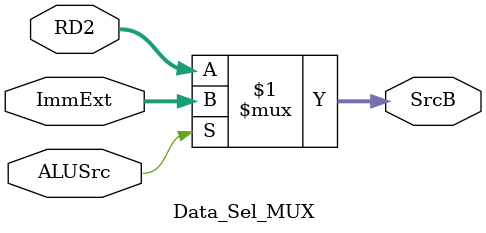
<source format=v>
module Data_Sel_MUX (
    input [31:0] RD2, ImmExt,
    input ALUSrc,
    output wire [31:0] SrcB
);

assign SrcB = (ALUSrc) ? ImmExt : RD2;
    
endmodule
</source>
